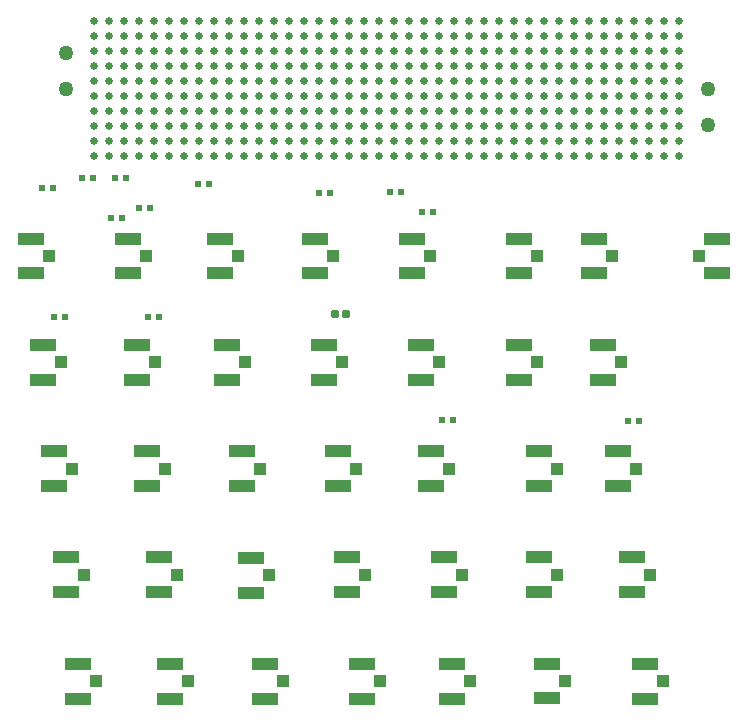
<source format=gbr>
%TF.GenerationSoftware,KiCad,Pcbnew,(6.0.8)*%
%TF.CreationDate,2022-12-05T17:54:35+01:00*%
%TF.ProjectId,FMC-HPC-BRK,464d432d-4850-4432-9d42-524b2e6b6963,rev?*%
%TF.SameCoordinates,Original*%
%TF.FileFunction,Soldermask,Top*%
%TF.FilePolarity,Negative*%
%FSLAX46Y46*%
G04 Gerber Fmt 4.6, Leading zero omitted, Abs format (unit mm)*
G04 Created by KiCad (PCBNEW (6.0.8)) date 2022-12-05 17:54:35*
%MOMM*%
%LPD*%
G01*
G04 APERTURE LIST*
G04 Aperture macros list*
%AMRoundRect*
0 Rectangle with rounded corners*
0 $1 Rounding radius*
0 $2 $3 $4 $5 $6 $7 $8 $9 X,Y pos of 4 corners*
0 Add a 4 corners polygon primitive as box body*
4,1,4,$2,$3,$4,$5,$6,$7,$8,$9,$2,$3,0*
0 Add four circle primitives for the rounded corners*
1,1,$1+$1,$2,$3*
1,1,$1+$1,$4,$5*
1,1,$1+$1,$6,$7*
1,1,$1+$1,$8,$9*
0 Add four rect primitives between the rounded corners*
20,1,$1+$1,$2,$3,$4,$5,0*
20,1,$1+$1,$4,$5,$6,$7,0*
20,1,$1+$1,$6,$7,$8,$9,0*
20,1,$1+$1,$8,$9,$2,$3,0*%
G04 Aperture macros list end*
%ADD10C,1.270000*%
%ADD11C,0.640000*%
%ADD12R,0.600000X0.580000*%
%ADD13RoundRect,0.194780X0.144780X0.144780X-0.144780X0.144780X-0.144780X-0.144780X0.144780X-0.144780X0*%
%ADD14RoundRect,0.194780X-0.144780X-0.144780X0.144780X-0.144780X0.144780X0.144780X-0.144780X0.144780X0*%
%ADD15R,2.200000X1.050000*%
%ADD16R,1.050000X1.000000*%
G04 APERTURE END LIST*
D10*
%TO.C,J1*%
X105954000Y-36830000D03*
X160336000Y-39880000D03*
%TD*%
%TO.C,K1*%
X105956000Y-33780000D03*
X160336000Y-36830000D03*
D11*
X108380000Y-31115000D03*
X109650000Y-31115000D03*
X110920000Y-31115000D03*
X112190000Y-31115000D03*
X113460000Y-31115000D03*
X114730000Y-31115000D03*
X116000000Y-31115000D03*
X117270000Y-31115000D03*
X118540000Y-31115000D03*
X119810000Y-31115000D03*
X121080000Y-31115000D03*
X122350000Y-31115000D03*
X123620000Y-31115000D03*
X124890000Y-31115000D03*
X126160000Y-31115000D03*
X127430000Y-31115000D03*
X128700000Y-31115000D03*
X129970000Y-31115000D03*
X131240000Y-31115000D03*
X132510000Y-31115000D03*
X133780000Y-31115000D03*
X135050000Y-31115000D03*
X136320000Y-31115000D03*
X137590000Y-31115000D03*
X138860000Y-31115000D03*
X140130000Y-31115000D03*
X141400000Y-31115000D03*
X142670000Y-31115000D03*
X143940000Y-31115000D03*
X145210000Y-31115000D03*
X146480000Y-31115000D03*
X147750000Y-31115000D03*
X149020000Y-31115000D03*
X150290000Y-31115000D03*
X151560000Y-31115000D03*
X152830000Y-31115000D03*
X154100000Y-31115000D03*
X155370000Y-31115000D03*
X156640000Y-31115000D03*
X157910000Y-31115000D03*
X108380000Y-32385000D03*
X109650000Y-32385000D03*
X110920000Y-32385000D03*
X112190000Y-32385000D03*
X113460000Y-32385000D03*
X114730000Y-32385000D03*
X116000000Y-32385000D03*
X117270000Y-32385000D03*
X118540000Y-32385000D03*
X119810000Y-32385000D03*
X121080000Y-32385000D03*
X122350000Y-32385000D03*
X123620000Y-32385000D03*
X124890000Y-32385000D03*
X126160000Y-32385000D03*
X127430000Y-32385000D03*
X128700000Y-32385000D03*
X129970000Y-32385000D03*
X131240000Y-32385000D03*
X132510000Y-32385000D03*
X133780000Y-32385000D03*
X135050000Y-32385000D03*
X136320000Y-32385000D03*
X137590000Y-32385000D03*
X138860000Y-32385000D03*
X140130000Y-32385000D03*
X141400000Y-32385000D03*
X142670000Y-32385000D03*
X143940000Y-32385000D03*
X145210000Y-32385000D03*
X146480000Y-32385000D03*
X147750000Y-32385000D03*
X149020000Y-32385000D03*
X150290000Y-32385000D03*
X151560000Y-32385000D03*
X152830000Y-32385000D03*
X154100000Y-32385000D03*
X155370000Y-32385000D03*
X156640000Y-32385000D03*
X157910000Y-32385000D03*
X108380000Y-33655000D03*
X109650000Y-33655000D03*
X110920000Y-33655000D03*
X112190000Y-33655000D03*
X113460000Y-33655000D03*
X114730000Y-33655000D03*
X116000000Y-33655000D03*
X117270000Y-33655000D03*
X118540000Y-33655000D03*
X119810000Y-33655000D03*
X121080000Y-33655000D03*
X122350000Y-33655000D03*
X123620000Y-33655000D03*
X124890000Y-33655000D03*
X126160000Y-33655000D03*
X127430000Y-33655000D03*
X128700000Y-33655000D03*
X129970000Y-33655000D03*
X131240000Y-33655000D03*
X132510000Y-33655000D03*
X133780000Y-33655000D03*
X135050000Y-33655000D03*
X136320000Y-33655000D03*
X137590000Y-33655000D03*
X138860000Y-33655000D03*
X140130000Y-33655000D03*
X141400000Y-33655000D03*
X142670000Y-33655000D03*
X143940000Y-33655000D03*
X145210000Y-33655000D03*
X146480000Y-33655000D03*
X147750000Y-33655000D03*
X149020000Y-33655000D03*
X150290000Y-33655000D03*
X151560000Y-33655000D03*
X152830000Y-33655000D03*
X154100000Y-33655000D03*
X155370000Y-33655000D03*
X156640000Y-33655000D03*
X157910000Y-33655000D03*
X108380000Y-34925000D03*
X109650000Y-34925000D03*
X110920000Y-34925000D03*
X112190000Y-34925000D03*
X113460000Y-34925000D03*
X114730000Y-34925000D03*
X116000000Y-34925000D03*
X117270000Y-34925000D03*
X118540000Y-34925000D03*
X119810000Y-34925000D03*
X121080000Y-34925000D03*
X122350000Y-34925000D03*
X123620000Y-34925000D03*
X124890000Y-34925000D03*
X126160000Y-34925000D03*
X127430000Y-34925000D03*
X128700000Y-34925000D03*
X129970000Y-34925000D03*
X131240000Y-34925000D03*
X132510000Y-34925000D03*
X133780000Y-34925000D03*
X135050000Y-34925000D03*
X136320000Y-34925000D03*
X137590000Y-34925000D03*
X138860000Y-34925000D03*
X140130000Y-34925000D03*
X141400000Y-34925000D03*
X142670000Y-34925000D03*
X143940000Y-34925000D03*
X145210000Y-34925000D03*
X146480000Y-34925000D03*
X147750000Y-34925000D03*
X149020000Y-34925000D03*
X150290000Y-34925000D03*
X151560000Y-34925000D03*
X152830000Y-34925000D03*
X154100000Y-34925000D03*
X155370000Y-34925000D03*
X156640000Y-34925000D03*
X157910000Y-34925000D03*
X108380000Y-36195000D03*
X109650000Y-36195000D03*
X110920000Y-36195000D03*
X112190000Y-36195000D03*
X113460000Y-36195000D03*
X114730000Y-36195000D03*
X116000000Y-36195000D03*
X117270000Y-36195000D03*
X118540000Y-36195000D03*
X119810000Y-36195000D03*
X121080000Y-36195000D03*
X122350000Y-36195000D03*
X123620000Y-36195000D03*
X124890000Y-36195000D03*
X126160000Y-36195000D03*
X127430000Y-36195000D03*
X128700000Y-36195000D03*
X129970000Y-36195000D03*
X131240000Y-36195000D03*
X132510000Y-36195000D03*
X133780000Y-36195000D03*
X135050000Y-36195000D03*
X136320000Y-36195000D03*
X137590000Y-36195000D03*
X138860000Y-36195000D03*
X140130000Y-36195000D03*
X141400000Y-36195000D03*
X142670000Y-36195000D03*
X143940000Y-36195000D03*
X145210000Y-36195000D03*
X146480000Y-36195000D03*
X147750000Y-36195000D03*
X149020000Y-36195000D03*
X150290000Y-36195000D03*
X151560000Y-36195000D03*
X152830000Y-36195000D03*
X154100000Y-36195000D03*
X155370000Y-36195000D03*
X156640000Y-36195000D03*
X157910000Y-36195000D03*
X108380000Y-37465000D03*
X109650000Y-37465000D03*
X110920000Y-37465000D03*
X112190000Y-37465000D03*
X113460000Y-37465000D03*
X114730000Y-37465000D03*
X116000000Y-37465000D03*
X117270000Y-37465000D03*
X118540000Y-37465000D03*
X119810000Y-37465000D03*
X121080000Y-37465000D03*
X122350000Y-37465000D03*
X123620000Y-37465000D03*
X124890000Y-37465000D03*
X126160000Y-37465000D03*
X127430000Y-37465000D03*
X128700000Y-37465000D03*
X129970000Y-37465000D03*
X131240000Y-37465000D03*
X132510000Y-37465000D03*
X133780000Y-37465000D03*
X135050000Y-37465000D03*
X136320000Y-37465000D03*
X137590000Y-37465000D03*
X138860000Y-37465000D03*
X140130000Y-37465000D03*
X141400000Y-37465000D03*
X142670000Y-37465000D03*
X143940000Y-37465000D03*
X145210000Y-37465000D03*
X146480000Y-37465000D03*
X147750000Y-37465000D03*
X149020000Y-37465000D03*
X150290000Y-37465000D03*
X151560000Y-37465000D03*
X152830000Y-37465000D03*
X154100000Y-37465000D03*
X155370000Y-37465000D03*
X156640000Y-37465000D03*
X157910000Y-37465000D03*
X108380000Y-38735000D03*
X109650000Y-38735000D03*
X110920000Y-38735000D03*
X112190000Y-38735000D03*
X113460000Y-38735000D03*
X114730000Y-38735000D03*
X116000000Y-38735000D03*
X117270000Y-38735000D03*
X118540000Y-38735000D03*
X119810000Y-38735000D03*
X121080000Y-38735000D03*
X122350000Y-38735000D03*
X123620000Y-38735000D03*
X124890000Y-38735000D03*
X126160000Y-38735000D03*
X127430000Y-38735000D03*
X128700000Y-38735000D03*
X129970000Y-38735000D03*
X131240000Y-38735000D03*
X132510000Y-38735000D03*
X133780000Y-38735000D03*
X135050000Y-38735000D03*
X136320000Y-38735000D03*
X137590000Y-38735000D03*
X138860000Y-38735000D03*
X140130000Y-38735000D03*
X141400000Y-38735000D03*
X142670000Y-38735000D03*
X143940000Y-38735000D03*
X145210000Y-38735000D03*
X146480000Y-38735000D03*
X147750000Y-38735000D03*
X149020000Y-38735000D03*
X150290000Y-38735000D03*
X151560000Y-38735000D03*
X152830000Y-38735000D03*
X154100000Y-38735000D03*
X155370000Y-38735000D03*
X156640000Y-38735000D03*
X157910000Y-38735000D03*
X108380000Y-40005000D03*
X109650000Y-40005000D03*
X110920000Y-40005000D03*
X112190000Y-40005000D03*
X113460000Y-40005000D03*
X114730000Y-40005000D03*
X116000000Y-40005000D03*
X117270000Y-40005000D03*
X118540000Y-40005000D03*
X119810000Y-40005000D03*
X121080000Y-40005000D03*
X122350000Y-40005000D03*
X123620000Y-40005000D03*
X124890000Y-40005000D03*
X126160000Y-40005000D03*
X127430000Y-40005000D03*
X128700000Y-40005000D03*
X129970000Y-40005000D03*
X131240000Y-40005000D03*
X132510000Y-40005000D03*
X133780000Y-40005000D03*
X135050000Y-40005000D03*
X136320000Y-40005000D03*
X137590000Y-40005000D03*
X138860000Y-40005000D03*
X140130000Y-40005000D03*
X141400000Y-40005000D03*
X142670000Y-40005000D03*
X143940000Y-40005000D03*
X145210000Y-40005000D03*
X146480000Y-40005000D03*
X147750000Y-40005000D03*
X149020000Y-40005000D03*
X150290000Y-40005000D03*
X151560000Y-40005000D03*
X152830000Y-40005000D03*
X154100000Y-40005000D03*
X155370000Y-40005000D03*
X156640000Y-40005000D03*
X157910000Y-40005000D03*
X108380000Y-41275000D03*
X109650000Y-41275000D03*
X110920000Y-41275000D03*
X112190000Y-41275000D03*
X113460000Y-41275000D03*
X114730000Y-41275000D03*
X116000000Y-41275000D03*
X117270000Y-41275000D03*
X118540000Y-41275000D03*
X119810000Y-41275000D03*
X121080000Y-41275000D03*
X122350000Y-41275000D03*
X123620000Y-41275000D03*
X124890000Y-41275000D03*
X126160000Y-41275000D03*
X127430000Y-41275000D03*
X128700000Y-41275000D03*
X129970000Y-41275000D03*
X131240000Y-41275000D03*
X132510000Y-41275000D03*
X133780000Y-41275000D03*
X135050000Y-41275000D03*
X136320000Y-41275000D03*
X137590000Y-41275000D03*
X138860000Y-41275000D03*
X140130000Y-41275000D03*
X141400000Y-41275000D03*
X142670000Y-41275000D03*
X143940000Y-41275000D03*
X145210000Y-41275000D03*
X146480000Y-41275000D03*
X147750000Y-41275000D03*
X149020000Y-41275000D03*
X150290000Y-41275000D03*
X151560000Y-41275000D03*
X152830000Y-41275000D03*
X154100000Y-41275000D03*
X155370000Y-41275000D03*
X156640000Y-41275000D03*
X157910000Y-41275000D03*
X108380000Y-42545000D03*
X109650000Y-42545000D03*
X110920000Y-42545000D03*
X112190000Y-42545000D03*
X113460000Y-42545000D03*
X114730000Y-42545000D03*
X116000000Y-42545000D03*
X117270000Y-42545000D03*
X118540000Y-42545000D03*
X119810000Y-42545000D03*
X121080000Y-42545000D03*
X122350000Y-42545000D03*
X123620000Y-42545000D03*
X124890000Y-42545000D03*
X126160000Y-42545000D03*
X127430000Y-42545000D03*
X128700000Y-42545000D03*
X129970000Y-42545000D03*
X131240000Y-42545000D03*
X132510000Y-42545000D03*
X133780000Y-42545000D03*
X135050000Y-42545000D03*
X136320000Y-42545000D03*
X137590000Y-42545000D03*
X138860000Y-42545000D03*
X140130000Y-42545000D03*
X141400000Y-42545000D03*
X142670000Y-42545000D03*
X143940000Y-42545000D03*
X145210000Y-42545000D03*
X146480000Y-42545000D03*
X147750000Y-42545000D03*
X149020000Y-42545000D03*
X150290000Y-42545000D03*
X151560000Y-42545000D03*
X152830000Y-42545000D03*
X154100000Y-42545000D03*
X155370000Y-42545000D03*
X156640000Y-42545000D03*
X157910000Y-42545000D03*
%TD*%
D12*
%TO.C,R1*%
X137855000Y-64925000D03*
X138785000Y-64925000D03*
%TD*%
%TO.C,R9*%
X153605000Y-64995000D03*
X154535000Y-64995000D03*
%TD*%
%TO.C,R4*%
X112930000Y-56170000D03*
X113860000Y-56170000D03*
%TD*%
%TO.C,R2*%
X104945000Y-56170000D03*
X105875000Y-56170000D03*
%TD*%
%TO.C,R13*%
X110760000Y-47820000D03*
X109830000Y-47820000D03*
%TD*%
%TO.C,R10*%
X112155000Y-46895000D03*
X113085000Y-46895000D03*
%TD*%
%TO.C,R7*%
X103950000Y-45265000D03*
X104880000Y-45265000D03*
%TD*%
%TO.C,R8*%
X108290000Y-44385000D03*
X107360000Y-44385000D03*
%TD*%
%TO.C,R5*%
X110165000Y-44375000D03*
X111095000Y-44375000D03*
%TD*%
%TO.C,R12*%
X117140000Y-44895000D03*
X118070000Y-44895000D03*
%TD*%
%TO.C,R3*%
X136115000Y-47315000D03*
X137045000Y-47315000D03*
%TD*%
%TO.C,R11*%
X134310000Y-45620000D03*
X133380000Y-45620000D03*
%TD*%
%TO.C,R6*%
X127425000Y-45655000D03*
X128355000Y-45655000D03*
%TD*%
D13*
%TO.C,C1*%
X128730260Y-55950000D03*
D14*
X129649740Y-55950000D03*
%TD*%
D15*
%TO.C,LA00_P_CC1*%
X112000000Y-61475000D03*
D16*
X113525000Y-60000000D03*
D15*
X112000000Y-58525000D03*
%TD*%
%TO.C,LA32_P1*%
X153935000Y-79475000D03*
D16*
X155460000Y-78000000D03*
D15*
X153935000Y-76525000D03*
%TD*%
%TO.C,HA04_P1*%
X113855000Y-79475000D03*
D16*
X115380000Y-78000000D03*
D15*
X113855000Y-76525000D03*
%TD*%
%TO.C,CLK3_BIDIR_P1*%
X105000000Y-70475000D03*
D16*
X106525000Y-69000000D03*
D15*
X105000000Y-67525000D03*
%TD*%
%TO.C,LA13_P1*%
X127785000Y-61470000D03*
D16*
X129310000Y-59995000D03*
D15*
X127785000Y-58520000D03*
%TD*%
%TO.C,HA17_P_CC1*%
X127065000Y-52470000D03*
D16*
X128590000Y-50995000D03*
D15*
X127065000Y-49520000D03*
%TD*%
%TO.C,LA01_P_CC1*%
X114800000Y-88470000D03*
D16*
X116325000Y-86995000D03*
D15*
X114800000Y-85520000D03*
%TD*%
%TO.C,HB00_P_CC2*%
X136925000Y-70470000D03*
D16*
X138450000Y-68995000D03*
D15*
X136925000Y-67520000D03*
%TD*%
%TO.C,CLK1_M2C_P1*%
X104000000Y-61475000D03*
D16*
X105525000Y-60000000D03*
D15*
X104000000Y-58525000D03*
%TD*%
%TO.C,LA17_P_CC1*%
X131000000Y-88475000D03*
D16*
X132525000Y-87000000D03*
D15*
X131000000Y-85525000D03*
%TD*%
%TO.C,HB21_P1*%
X161075000Y-49520000D03*
D16*
X159550000Y-50995000D03*
D15*
X161075000Y-52470000D03*
%TD*%
%TO.C,LA21_P1*%
X138000000Y-79475000D03*
D16*
X139525000Y-78000000D03*
D15*
X138000000Y-76525000D03*
%TD*%
%TO.C,HA00_P_CC1*%
X111245000Y-52475000D03*
D16*
X112770000Y-51000000D03*
D15*
X111245000Y-49525000D03*
%TD*%
%TO.C,CLK2_BIDIR_P1*%
X107000000Y-88475000D03*
D16*
X108525000Y-87000000D03*
D15*
X107000000Y-85525000D03*
%TD*%
%TO.C,HA13_P1*%
X119645000Y-61475000D03*
D16*
X121170000Y-60000000D03*
D15*
X119645000Y-58525000D03*
%TD*%
%TO.C,LA18_P_CC1*%
X135245000Y-52475000D03*
D16*
X136770000Y-51000000D03*
D15*
X135245000Y-49525000D03*
%TD*%
%TO.C,HA21_P1*%
X129740000Y-79475000D03*
D16*
X131265000Y-78000000D03*
D15*
X129740000Y-76525000D03*
%TD*%
%TO.C,HB17_P_CC1*%
X152685000Y-70475000D03*
D16*
X154210000Y-69000000D03*
D15*
X152685000Y-67525000D03*
%TD*%
%TO.C,LA07_P1*%
X120870000Y-70480000D03*
D16*
X122395000Y-69005000D03*
D15*
X120870000Y-67530000D03*
%TD*%
%TO.C,HB06_P_CC1*%
X144300000Y-61470000D03*
D16*
X145825000Y-59995000D03*
D15*
X144300000Y-58520000D03*
%TD*%
%TO.C,HB18_P1*%
X150680000Y-52475000D03*
D16*
X152205000Y-51000000D03*
D15*
X150680000Y-49525000D03*
%TD*%
%TO.C,CLK0_M2C_P1*%
X106000000Y-79475000D03*
D16*
X107525000Y-78000000D03*
D15*
X106000000Y-76525000D03*
%TD*%
%TO.C,HA02_P1*%
X112830000Y-70475000D03*
D16*
X114355000Y-69000000D03*
D15*
X112830000Y-67525000D03*
%TD*%
%TO.C,LA25_P1*%
X138680000Y-88470000D03*
D16*
X140205000Y-86995000D03*
D15*
X138680000Y-85520000D03*
%TD*%
%TO.C,HA06_P1*%
X119000000Y-52475000D03*
D16*
X120525000Y-51000000D03*
D15*
X119000000Y-49525000D03*
%TD*%
%TO.C,LA22_P1*%
X136000000Y-61475000D03*
D16*
X137525000Y-60000000D03*
D15*
X136000000Y-58525000D03*
%TD*%
%TO.C,HA18_P1*%
X129000000Y-70475000D03*
D16*
X130525000Y-69000000D03*
D15*
X129000000Y-67525000D03*
%TD*%
%TO.C,HB10_P1*%
X146000000Y-79475000D03*
D16*
X147525000Y-78000000D03*
D15*
X146000000Y-76525000D03*
%TD*%
%TO.C,HA10_P1*%
X121650000Y-79500000D03*
D16*
X123175000Y-78025000D03*
D15*
X121650000Y-76550000D03*
%TD*%
%TO.C,LA31_P1*%
X146700000Y-88465000D03*
D16*
X148225000Y-86990000D03*
D15*
X146700000Y-85515000D03*
%TD*%
%TO.C,HB06_N_CC1*%
X144300000Y-52475000D03*
D16*
X145825000Y-51000000D03*
D15*
X144300000Y-49525000D03*
%TD*%
%TO.C,HB20_P1*%
X155000000Y-88475000D03*
D16*
X156525000Y-87000000D03*
D15*
X155000000Y-85525000D03*
%TD*%
%TO.C,LA09_P1*%
X122870000Y-88475000D03*
D16*
X124395000Y-87000000D03*
D15*
X122870000Y-85525000D03*
%TD*%
%TO.C,HA01_P_CC1*%
X103000000Y-52475000D03*
D16*
X104525000Y-51000000D03*
D15*
X103000000Y-49525000D03*
%TD*%
%TO.C,HB10_N1*%
X146000000Y-70475000D03*
D16*
X147525000Y-69000000D03*
D15*
X146000000Y-67525000D03*
%TD*%
%TO.C,LA33_P1*%
X151415000Y-61470000D03*
D16*
X152940000Y-59995000D03*
D15*
X151415000Y-58520000D03*
%TD*%
M02*

</source>
